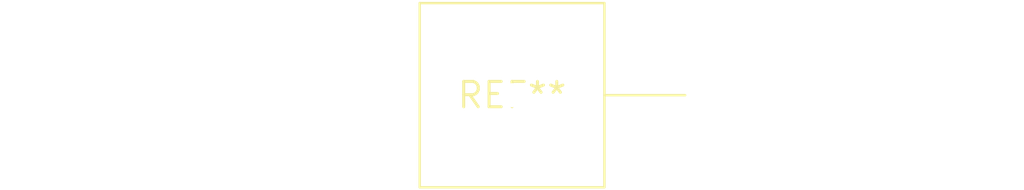
<source format=kicad_pcb>
(kicad_pcb (version 20240108) (generator pcbnew)
  (layers (0 "F.Cu" signal) (31 "B.Cu" signal) (34 "B.Paste" user) (35 "F.Paste" user) (36 "B.SilkS" user "B.Silkscreen") (37 "F.SilkS" user "F.Silkscreen") (38 "B.Mask" user) (39 "F.Mask" user) (44 "Edge.Cuts" user))
  (net 0 "")
  (footprint "R_Axial_Power_L25.0mm_W9.0mm_P10.16mm_Vertical" (layer "F.Cu") (at 0 0)
    (property "Reference" "REF**")
    (property "Value" "R_Axial_Power_L25.0mm_W9.0mm_P10.16mm_Vertical")
    (fp_line (start -4.62 -4.62) (end -4.62 4.62) (layer "F.SilkS") (stroke (width 0.12)))
    (fp_line (start -4.62 4.62) (end 4.62 4.62) (layer "F.SilkS") (stroke (width 0.12)))
    (fp_line (start 4.62 -4.62) (end -4.62 -4.62) (layer "F.SilkS") (stroke (width 0.12)))
    (fp_line (start 4.62 0) (end 8.66 0) (layer "F.SilkS") (stroke (width 0.12)))
    (fp_line (start 4.62 4.62) (end 4.62 -4.62) (layer "F.SilkS") (stroke (width 0.12)))
    (pad "1" thru_hole circle (at 0 0) (size 2.4 2.4) (drill 1.2) (layers *.Cu *.Mask) (remove_unused_layers))
    (pad "2" thru_hole oval (at 10.16 0) (size 2.4 2.4) (drill 1.2) (layers *.Cu *.Mask) (remove_unused_layers))
  )
)
</source>
